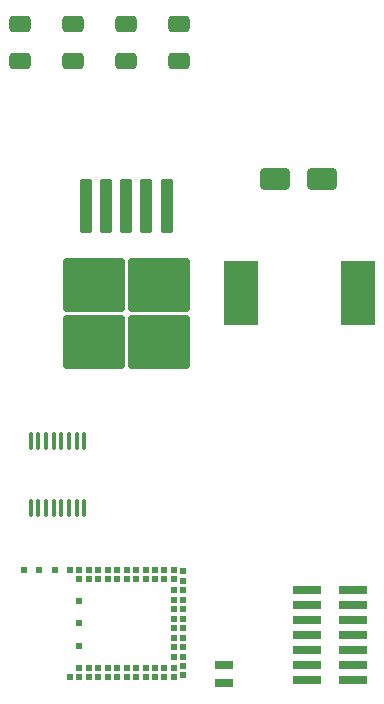
<source format=gbr>
%TF.GenerationSoftware,KiCad,Pcbnew,8.0.7*%
%TF.CreationDate,2025-01-18T17:17:35+01:00*%
%TF.ProjectId,tuff_tuff_pcb,74756666-5f74-4756-9666-5f7063622e6b,rev?*%
%TF.SameCoordinates,Original*%
%TF.FileFunction,Paste,Top*%
%TF.FilePolarity,Positive*%
%FSLAX46Y46*%
G04 Gerber Fmt 4.6, Leading zero omitted, Abs format (unit mm)*
G04 Created by KiCad (PCBNEW 8.0.7) date 2025-01-18 17:17:35*
%MOMM*%
%LPD*%
G01*
G04 APERTURE LIST*
G04 Aperture macros list*
%AMRoundRect*
0 Rectangle with rounded corners*
0 $1 Rounding radius*
0 $2 $3 $4 $5 $6 $7 $8 $9 X,Y pos of 4 corners*
0 Add a 4 corners polygon primitive as box body*
4,1,4,$2,$3,$4,$5,$6,$7,$8,$9,$2,$3,0*
0 Add four circle primitives for the rounded corners*
1,1,$1+$1,$2,$3*
1,1,$1+$1,$4,$5*
1,1,$1+$1,$6,$7*
1,1,$1+$1,$8,$9*
0 Add four rect primitives between the rounded corners*
20,1,$1+$1,$2,$3,$4,$5,0*
20,1,$1+$1,$4,$5,$6,$7,0*
20,1,$1+$1,$6,$7,$8,$9,0*
20,1,$1+$1,$8,$9,$2,$3,0*%
G04 Aperture macros list end*
%ADD10RoundRect,0.250000X0.650000X-0.412500X0.650000X0.412500X-0.650000X0.412500X-0.650000X-0.412500X0*%
%ADD11R,1.500000X0.800000*%
%ADD12R,2.400000X0.740000*%
%ADD13RoundRect,0.100000X-0.100000X0.637500X-0.100000X-0.637500X0.100000X-0.637500X0.100000X0.637500X0*%
%ADD14R,0.500000X0.500000*%
%ADD15RoundRect,0.250000X-1.000000X-0.650000X1.000000X-0.650000X1.000000X0.650000X-1.000000X0.650000X0*%
%ADD16RoundRect,0.250000X-0.300000X2.050000X-0.300000X-2.050000X0.300000X-2.050000X0.300000X2.050000X0*%
%ADD17RoundRect,0.250000X-2.375000X2.025000X-2.375000X-2.025000X2.375000X-2.025000X2.375000X2.025000X0*%
%ADD18R,2.900000X5.400000*%
G04 APERTURE END LIST*
D10*
%TO.C,R3*%
X-20500000Y54600000D03*
X-20500000Y57725000D03*
%TD*%
D11*
%TO.C,Y1*%
X-16700000Y3500000D03*
X-16700000Y2000000D03*
%TD*%
D12*
%TO.C,J2*%
X-9650000Y9810000D03*
X-5750000Y9810000D03*
X-9650000Y8540000D03*
X-5750000Y8540000D03*
X-9650000Y7270000D03*
X-5750000Y7270000D03*
X-9650000Y6000000D03*
X-5750000Y6000000D03*
X-9650000Y4730000D03*
X-5750000Y4730000D03*
X-9650000Y3460000D03*
X-5750000Y3460000D03*
X-9650000Y2190000D03*
X-5750000Y2190000D03*
%TD*%
D10*
%TO.C,R4*%
X-34000000Y54600000D03*
X-34000000Y57725000D03*
%TD*%
%TO.C,R2*%
X-25000000Y54600000D03*
X-25000000Y57725000D03*
%TD*%
D13*
%TO.C,IC1*%
X-28525000Y22462500D03*
X-29175000Y22462500D03*
X-29825000Y22462500D03*
X-30475000Y22462500D03*
X-31125000Y22462500D03*
X-31775000Y22462500D03*
X-32425000Y22462500D03*
X-33075000Y22462500D03*
X-33075000Y16737500D03*
X-32425000Y16737500D03*
X-31775000Y16737500D03*
X-31125000Y16737500D03*
X-30475000Y16737500D03*
X-29825000Y16737500D03*
X-29175000Y16737500D03*
X-28525000Y16737500D03*
%TD*%
D14*
%TO.C,U1*%
X-29750000Y11550000D03*
X-28950000Y11550000D03*
X-28950000Y10750000D03*
X-28150000Y11550000D03*
X-28150000Y10750000D03*
X-27350000Y11550000D03*
X-27350000Y10750000D03*
X-26550000Y11550000D03*
X-26550000Y10750000D03*
X-25750000Y11550000D03*
X-25750000Y10750000D03*
X-24950000Y11550000D03*
X-24950000Y10750000D03*
X-24150000Y11550000D03*
X-24150000Y10750000D03*
X-23350000Y11550000D03*
X-23350000Y10750000D03*
X-22550000Y11550000D03*
X-22550000Y10750000D03*
X-21750000Y11550000D03*
X-21750000Y10750000D03*
X-20950000Y11550000D03*
X-20950000Y10750000D03*
X-20150000Y11400000D03*
X-20150000Y10600000D03*
X-20150000Y9800000D03*
X-20950000Y9800000D03*
X-20150000Y9000000D03*
X-20950000Y9000000D03*
X-20150000Y8200000D03*
X-20950000Y8200000D03*
X-20150000Y7400000D03*
X-20950000Y7400000D03*
X-20150000Y6600000D03*
X-20950000Y6600000D03*
X-20150000Y5800000D03*
X-20950000Y5800000D03*
X-20150000Y5000000D03*
X-20950000Y5000000D03*
X-20150000Y4200000D03*
X-20950000Y4200000D03*
X-20150000Y3400000D03*
X-20150000Y2600000D03*
X-20950000Y2450000D03*
X-20950000Y3250000D03*
X-21750000Y2450000D03*
X-21750000Y3250000D03*
X-22550000Y2450000D03*
X-22550000Y3250000D03*
X-23350000Y2450000D03*
X-23350000Y3250000D03*
X-24150000Y2450000D03*
X-24150000Y3250000D03*
X-24950000Y2450000D03*
X-24950000Y3250000D03*
X-25750000Y2450000D03*
X-25750000Y3250000D03*
X-26550000Y2450000D03*
X-26550000Y3250000D03*
X-27350000Y2450000D03*
X-27350000Y3250000D03*
X-28150000Y2450000D03*
X-28150000Y3250000D03*
X-28950000Y2450000D03*
X-28950000Y3250000D03*
X-29750000Y2450000D03*
X-31050000Y11550000D03*
X-32350000Y11550000D03*
X-33650000Y11550000D03*
X-28950000Y8875000D03*
X-28950000Y7000000D03*
X-28950000Y5125000D03*
%TD*%
D15*
%TO.C,D1*%
X-12400000Y44600000D03*
X-8400000Y44600000D03*
%TD*%
D16*
%TO.C,U2*%
X-21575000Y42375000D03*
X-23275000Y42375000D03*
X-24975000Y42375000D03*
D17*
X-22200000Y35650000D03*
X-27750000Y35650000D03*
X-22200000Y30800000D03*
X-27750000Y30800000D03*
D16*
X-26675000Y42375000D03*
X-28375000Y42375000D03*
%TD*%
D18*
%TO.C,L1*%
X-5400000Y35000000D03*
X-15300000Y35000000D03*
%TD*%
D10*
%TO.C,R1*%
X-29500000Y54600000D03*
X-29500000Y57725000D03*
%TD*%
M02*

</source>
